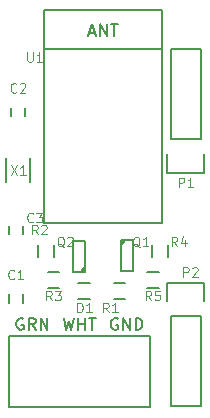
<source format=gto>
%FSLAX46Y46*%
G04 Gerber Fmt 4.6, Leading zero omitted, Abs format (unit mm)*
G04 Created by KiCad (PCBNEW (2014-10-22 BZR 5216)-product) date Thu 04 Jun 2015 03:27:15 PM EDT*
%MOMM*%
G01*
G04 APERTURE LIST*
%ADD10C,0.100000*%
%ADD11C,0.150000*%
%ADD12C,0.120000*%
G04 APERTURE END LIST*
D10*
D11*
X163400000Y-110350000D02*
X163400000Y-109650000D01*
X164600000Y-109650000D02*
X164600000Y-110350000D01*
X163600000Y-94550000D02*
X163600000Y-93850000D01*
X164800000Y-93850000D02*
X164800000Y-94550000D01*
X164600000Y-103850000D02*
X164600000Y-104550000D01*
X163400000Y-104550000D02*
X163400000Y-103850000D01*
X170300000Y-110075000D02*
X169300000Y-110075000D01*
X169300000Y-108725000D02*
X170300000Y-108725000D01*
X169400000Y-113200000D02*
X175400000Y-113200000D01*
X175400000Y-113200000D02*
X175400000Y-119200000D01*
X175400000Y-119200000D02*
X169400000Y-119200000D01*
X169400000Y-119200000D02*
X163400000Y-119200000D01*
X163400000Y-119200000D02*
X163400000Y-113200000D01*
X163400000Y-113200000D02*
X169400000Y-113200000D01*
X179670000Y-96530000D02*
X179670000Y-88910000D01*
X177130000Y-96530000D02*
X177130000Y-88910000D01*
X176850000Y-99350000D02*
X176850000Y-97800000D01*
X179670000Y-88910000D02*
X177130000Y-88910000D01*
X177130000Y-96530000D02*
X179670000Y-96530000D01*
X179950000Y-97800000D02*
X179950000Y-99350000D01*
X179950000Y-99350000D02*
X176850000Y-99350000D01*
X173208550Y-105223980D02*
G75*
G03X173208550Y-105223980I-159070J0D01*
G01*
X173908000Y-107670000D02*
X172892000Y-107670000D01*
X173908000Y-105066500D02*
X172892000Y-105066500D01*
X172892000Y-107670000D02*
X172892000Y-105066500D01*
X173908000Y-105066500D02*
X173908000Y-107670000D01*
X169909590Y-107576020D02*
G75*
G03X169909590Y-107576020I-159070J0D01*
G01*
X168892000Y-105130000D02*
X169908000Y-105130000D01*
X168892000Y-107733500D02*
X169908000Y-107733500D01*
X169908000Y-105130000D02*
X169908000Y-107733500D01*
X168892000Y-107733500D02*
X168892000Y-105130000D01*
X173300000Y-110075000D02*
X172300000Y-110075000D01*
X172300000Y-108725000D02*
X173300000Y-108725000D01*
X167275000Y-105500000D02*
X167275000Y-106500000D01*
X165925000Y-106500000D02*
X165925000Y-105500000D01*
X167700000Y-109075000D02*
X166700000Y-109075000D01*
X166700000Y-107725000D02*
X167700000Y-107725000D01*
X176875000Y-105500000D02*
X176875000Y-106500000D01*
X175525000Y-106500000D02*
X175525000Y-105500000D01*
X175100000Y-107725000D02*
X176100000Y-107725000D01*
X176100000Y-109075000D02*
X175100000Y-109075000D01*
X166400000Y-88850000D02*
X176400000Y-88850000D01*
X176400000Y-85600000D02*
X166400000Y-85600000D01*
X166400000Y-85600000D02*
X166400000Y-103600000D01*
X166400000Y-103600000D02*
X176400000Y-103600000D01*
X176400000Y-103600000D02*
X176400000Y-85600000D01*
X177130000Y-111470000D02*
X177130000Y-119090000D01*
X179670000Y-111470000D02*
X179670000Y-119090000D01*
X179950000Y-108650000D02*
X179950000Y-110200000D01*
X177130000Y-119090000D02*
X179670000Y-119090000D01*
X179670000Y-111470000D02*
X177130000Y-111470000D01*
X176850000Y-110200000D02*
X176850000Y-108650000D01*
X176850000Y-108650000D02*
X179950000Y-108650000D01*
X165225000Y-100100000D02*
X165225000Y-98100000D01*
X163175000Y-98100000D02*
X163175000Y-100100000D01*
D12*
X163866667Y-108285714D02*
X163828572Y-108323810D01*
X163714286Y-108361905D01*
X163638096Y-108361905D01*
X163523810Y-108323810D01*
X163447619Y-108247619D01*
X163409524Y-108171429D01*
X163371429Y-108019048D01*
X163371429Y-107904762D01*
X163409524Y-107752381D01*
X163447619Y-107676190D01*
X163523810Y-107600000D01*
X163638096Y-107561905D01*
X163714286Y-107561905D01*
X163828572Y-107600000D01*
X163866667Y-107638095D01*
X164628572Y-108361905D02*
X164171429Y-108361905D01*
X164400000Y-108361905D02*
X164400000Y-107561905D01*
X164323810Y-107676190D01*
X164247619Y-107752381D01*
X164171429Y-107790476D01*
X164066667Y-92485714D02*
X164028572Y-92523810D01*
X163914286Y-92561905D01*
X163838096Y-92561905D01*
X163723810Y-92523810D01*
X163647619Y-92447619D01*
X163609524Y-92371429D01*
X163571429Y-92219048D01*
X163571429Y-92104762D01*
X163609524Y-91952381D01*
X163647619Y-91876190D01*
X163723810Y-91800000D01*
X163838096Y-91761905D01*
X163914286Y-91761905D01*
X164028572Y-91800000D01*
X164066667Y-91838095D01*
X164371429Y-91838095D02*
X164409524Y-91800000D01*
X164485715Y-91761905D01*
X164676191Y-91761905D01*
X164752381Y-91800000D01*
X164790477Y-91838095D01*
X164828572Y-91914286D01*
X164828572Y-91990476D01*
X164790477Y-92104762D01*
X164333334Y-92561905D01*
X164828572Y-92561905D01*
X165466667Y-103485714D02*
X165428572Y-103523810D01*
X165314286Y-103561905D01*
X165238096Y-103561905D01*
X165123810Y-103523810D01*
X165047619Y-103447619D01*
X165009524Y-103371429D01*
X164971429Y-103219048D01*
X164971429Y-103104762D01*
X165009524Y-102952381D01*
X165047619Y-102876190D01*
X165123810Y-102800000D01*
X165238096Y-102761905D01*
X165314286Y-102761905D01*
X165428572Y-102800000D01*
X165466667Y-102838095D01*
X165733334Y-102761905D02*
X166228572Y-102761905D01*
X165961905Y-103066667D01*
X166076191Y-103066667D01*
X166152381Y-103104762D01*
X166190477Y-103142857D01*
X166228572Y-103219048D01*
X166228572Y-103409524D01*
X166190477Y-103485714D01*
X166152381Y-103523810D01*
X166076191Y-103561905D01*
X165847619Y-103561905D01*
X165771429Y-103523810D01*
X165733334Y-103485714D01*
X169209524Y-111161905D02*
X169209524Y-110361905D01*
X169400000Y-110361905D01*
X169514286Y-110400000D01*
X169590477Y-110476190D01*
X169628572Y-110552381D01*
X169666667Y-110704762D01*
X169666667Y-110819048D01*
X169628572Y-110971429D01*
X169590477Y-111047619D01*
X169514286Y-111123810D01*
X169400000Y-111161905D01*
X169209524Y-111161905D01*
X170428572Y-111161905D02*
X169971429Y-111161905D01*
X170200000Y-111161905D02*
X170200000Y-110361905D01*
X170123810Y-110476190D01*
X170047619Y-110552381D01*
X169971429Y-110590476D01*
D11*
X172638096Y-111700000D02*
X172542858Y-111652381D01*
X172400001Y-111652381D01*
X172257143Y-111700000D01*
X172161905Y-111795238D01*
X172114286Y-111890476D01*
X172066667Y-112080952D01*
X172066667Y-112223810D01*
X172114286Y-112414286D01*
X172161905Y-112509524D01*
X172257143Y-112604762D01*
X172400001Y-112652381D01*
X172495239Y-112652381D01*
X172638096Y-112604762D01*
X172685715Y-112557143D01*
X172685715Y-112223810D01*
X172495239Y-112223810D01*
X173114286Y-112652381D02*
X173114286Y-111652381D01*
X173685715Y-112652381D01*
X173685715Y-111652381D01*
X174161905Y-112652381D02*
X174161905Y-111652381D01*
X174400000Y-111652381D01*
X174542858Y-111700000D01*
X174638096Y-111795238D01*
X174685715Y-111890476D01*
X174733334Y-112080952D01*
X174733334Y-112223810D01*
X174685715Y-112414286D01*
X174638096Y-112509524D01*
X174542858Y-112604762D01*
X174400000Y-112652381D01*
X174161905Y-112652381D01*
X168066667Y-111652381D02*
X168304762Y-112652381D01*
X168495239Y-111938095D01*
X168685715Y-112652381D01*
X168923810Y-111652381D01*
X169304762Y-112652381D02*
X169304762Y-111652381D01*
X169304762Y-112128571D02*
X169876191Y-112128571D01*
X169876191Y-112652381D02*
X169876191Y-111652381D01*
X170209524Y-111652381D02*
X170780953Y-111652381D01*
X170495238Y-112652381D02*
X170495238Y-111652381D01*
X164638096Y-111700000D02*
X164542858Y-111652381D01*
X164400001Y-111652381D01*
X164257143Y-111700000D01*
X164161905Y-111795238D01*
X164114286Y-111890476D01*
X164066667Y-112080952D01*
X164066667Y-112223810D01*
X164114286Y-112414286D01*
X164161905Y-112509524D01*
X164257143Y-112604762D01*
X164400001Y-112652381D01*
X164495239Y-112652381D01*
X164638096Y-112604762D01*
X164685715Y-112557143D01*
X164685715Y-112223810D01*
X164495239Y-112223810D01*
X165685715Y-112652381D02*
X165352381Y-112176190D01*
X165114286Y-112652381D02*
X165114286Y-111652381D01*
X165495239Y-111652381D01*
X165590477Y-111700000D01*
X165638096Y-111747619D01*
X165685715Y-111842857D01*
X165685715Y-111985714D01*
X165638096Y-112080952D01*
X165590477Y-112128571D01*
X165495239Y-112176190D01*
X165114286Y-112176190D01*
X166114286Y-112652381D02*
X166114286Y-111652381D01*
X166685715Y-112652381D01*
X166685715Y-111652381D01*
D12*
X177809524Y-100561905D02*
X177809524Y-99761905D01*
X178114286Y-99761905D01*
X178190477Y-99800000D01*
X178228572Y-99838095D01*
X178266667Y-99914286D01*
X178266667Y-100028571D01*
X178228572Y-100104762D01*
X178190477Y-100142857D01*
X178114286Y-100180952D01*
X177809524Y-100180952D01*
X179028572Y-100561905D02*
X178571429Y-100561905D01*
X178800000Y-100561905D02*
X178800000Y-99761905D01*
X178723810Y-99876190D01*
X178647619Y-99952381D01*
X178571429Y-99990476D01*
X174523810Y-105638095D02*
X174447619Y-105600000D01*
X174371429Y-105523810D01*
X174257143Y-105409524D01*
X174180952Y-105371429D01*
X174104762Y-105371429D01*
X174142857Y-105561905D02*
X174066667Y-105523810D01*
X173990476Y-105447619D01*
X173952381Y-105295238D01*
X173952381Y-105028571D01*
X173990476Y-104876190D01*
X174066667Y-104800000D01*
X174142857Y-104761905D01*
X174295238Y-104761905D01*
X174371429Y-104800000D01*
X174447619Y-104876190D01*
X174485714Y-105028571D01*
X174485714Y-105295238D01*
X174447619Y-105447619D01*
X174371429Y-105523810D01*
X174295238Y-105561905D01*
X174142857Y-105561905D01*
X175247619Y-105561905D02*
X174790476Y-105561905D01*
X175019047Y-105561905D02*
X175019047Y-104761905D01*
X174942857Y-104876190D01*
X174866666Y-104952381D01*
X174790476Y-104990476D01*
X168123810Y-105638095D02*
X168047619Y-105600000D01*
X167971429Y-105523810D01*
X167857143Y-105409524D01*
X167780952Y-105371429D01*
X167704762Y-105371429D01*
X167742857Y-105561905D02*
X167666667Y-105523810D01*
X167590476Y-105447619D01*
X167552381Y-105295238D01*
X167552381Y-105028571D01*
X167590476Y-104876190D01*
X167666667Y-104800000D01*
X167742857Y-104761905D01*
X167895238Y-104761905D01*
X167971429Y-104800000D01*
X168047619Y-104876190D01*
X168085714Y-105028571D01*
X168085714Y-105295238D01*
X168047619Y-105447619D01*
X167971429Y-105523810D01*
X167895238Y-105561905D01*
X167742857Y-105561905D01*
X168390476Y-104838095D02*
X168428571Y-104800000D01*
X168504762Y-104761905D01*
X168695238Y-104761905D01*
X168771428Y-104800000D01*
X168809524Y-104838095D01*
X168847619Y-104914286D01*
X168847619Y-104990476D01*
X168809524Y-105104762D01*
X168352381Y-105561905D01*
X168847619Y-105561905D01*
X171866667Y-111161905D02*
X171600000Y-110780952D01*
X171409524Y-111161905D02*
X171409524Y-110361905D01*
X171714286Y-110361905D01*
X171790477Y-110400000D01*
X171828572Y-110438095D01*
X171866667Y-110514286D01*
X171866667Y-110628571D01*
X171828572Y-110704762D01*
X171790477Y-110742857D01*
X171714286Y-110780952D01*
X171409524Y-110780952D01*
X172628572Y-111161905D02*
X172171429Y-111161905D01*
X172400000Y-111161905D02*
X172400000Y-110361905D01*
X172323810Y-110476190D01*
X172247619Y-110552381D01*
X172171429Y-110590476D01*
X165866667Y-104561905D02*
X165600000Y-104180952D01*
X165409524Y-104561905D02*
X165409524Y-103761905D01*
X165714286Y-103761905D01*
X165790477Y-103800000D01*
X165828572Y-103838095D01*
X165866667Y-103914286D01*
X165866667Y-104028571D01*
X165828572Y-104104762D01*
X165790477Y-104142857D01*
X165714286Y-104180952D01*
X165409524Y-104180952D01*
X166171429Y-103838095D02*
X166209524Y-103800000D01*
X166285715Y-103761905D01*
X166476191Y-103761905D01*
X166552381Y-103800000D01*
X166590477Y-103838095D01*
X166628572Y-103914286D01*
X166628572Y-103990476D01*
X166590477Y-104104762D01*
X166133334Y-104561905D01*
X166628572Y-104561905D01*
X167066667Y-110161905D02*
X166800000Y-109780952D01*
X166609524Y-110161905D02*
X166609524Y-109361905D01*
X166914286Y-109361905D01*
X166990477Y-109400000D01*
X167028572Y-109438095D01*
X167066667Y-109514286D01*
X167066667Y-109628571D01*
X167028572Y-109704762D01*
X166990477Y-109742857D01*
X166914286Y-109780952D01*
X166609524Y-109780952D01*
X167333334Y-109361905D02*
X167828572Y-109361905D01*
X167561905Y-109666667D01*
X167676191Y-109666667D01*
X167752381Y-109704762D01*
X167790477Y-109742857D01*
X167828572Y-109819048D01*
X167828572Y-110009524D01*
X167790477Y-110085714D01*
X167752381Y-110123810D01*
X167676191Y-110161905D01*
X167447619Y-110161905D01*
X167371429Y-110123810D01*
X167333334Y-110085714D01*
X177666667Y-105561905D02*
X177400000Y-105180952D01*
X177209524Y-105561905D02*
X177209524Y-104761905D01*
X177514286Y-104761905D01*
X177590477Y-104800000D01*
X177628572Y-104838095D01*
X177666667Y-104914286D01*
X177666667Y-105028571D01*
X177628572Y-105104762D01*
X177590477Y-105142857D01*
X177514286Y-105180952D01*
X177209524Y-105180952D01*
X178352381Y-105028571D02*
X178352381Y-105561905D01*
X178161905Y-104723810D02*
X177971429Y-105295238D01*
X178466667Y-105295238D01*
X175466667Y-110161905D02*
X175200000Y-109780952D01*
X175009524Y-110161905D02*
X175009524Y-109361905D01*
X175314286Y-109361905D01*
X175390477Y-109400000D01*
X175428572Y-109438095D01*
X175466667Y-109514286D01*
X175466667Y-109628571D01*
X175428572Y-109704762D01*
X175390477Y-109742857D01*
X175314286Y-109780952D01*
X175009524Y-109780952D01*
X176190477Y-109361905D02*
X175809524Y-109361905D01*
X175771429Y-109742857D01*
X175809524Y-109704762D01*
X175885715Y-109666667D01*
X176076191Y-109666667D01*
X176152381Y-109704762D01*
X176190477Y-109742857D01*
X176228572Y-109819048D01*
X176228572Y-110009524D01*
X176190477Y-110085714D01*
X176152381Y-110123810D01*
X176076191Y-110161905D01*
X175885715Y-110161905D01*
X175809524Y-110123810D01*
X175771429Y-110085714D01*
X164990476Y-89161905D02*
X164990476Y-89809524D01*
X165028571Y-89885714D01*
X165066667Y-89923810D01*
X165142857Y-89961905D01*
X165295238Y-89961905D01*
X165371429Y-89923810D01*
X165409524Y-89885714D01*
X165447619Y-89809524D01*
X165447619Y-89161905D01*
X166247619Y-89961905D02*
X165790476Y-89961905D01*
X166019047Y-89961905D02*
X166019047Y-89161905D01*
X165942857Y-89276190D01*
X165866666Y-89352381D01*
X165790476Y-89390476D01*
D11*
X170257143Y-87516667D02*
X170733334Y-87516667D01*
X170161905Y-87802381D02*
X170495238Y-86802381D01*
X170828572Y-87802381D01*
X171161905Y-87802381D02*
X171161905Y-86802381D01*
X171733334Y-87802381D01*
X171733334Y-86802381D01*
X172066667Y-86802381D02*
X172638096Y-86802381D01*
X172352381Y-87802381D02*
X172352381Y-86802381D01*
D12*
X178209524Y-108161905D02*
X178209524Y-107361905D01*
X178514286Y-107361905D01*
X178590477Y-107400000D01*
X178628572Y-107438095D01*
X178666667Y-107514286D01*
X178666667Y-107628571D01*
X178628572Y-107704762D01*
X178590477Y-107742857D01*
X178514286Y-107780952D01*
X178209524Y-107780952D01*
X178971429Y-107438095D02*
X179009524Y-107400000D01*
X179085715Y-107361905D01*
X179276191Y-107361905D01*
X179352381Y-107400000D01*
X179390477Y-107438095D01*
X179428572Y-107514286D01*
X179428572Y-107590476D01*
X179390477Y-107704762D01*
X178933334Y-108161905D01*
X179428572Y-108161905D01*
X163602381Y-98711905D02*
X164135714Y-99511905D01*
X164135714Y-98711905D02*
X163602381Y-99511905D01*
X164859524Y-99511905D02*
X164402381Y-99511905D01*
X164630952Y-99511905D02*
X164630952Y-98711905D01*
X164554762Y-98826190D01*
X164478571Y-98902381D01*
X164402381Y-98940476D01*
M02*

</source>
